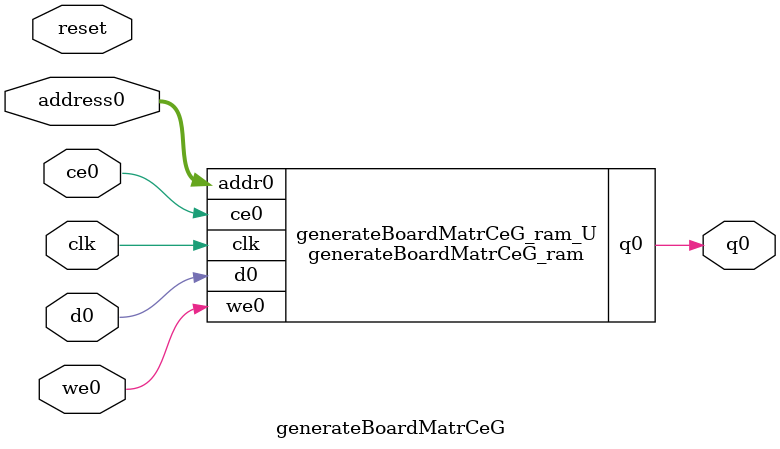
<source format=v>

`timescale 1 ns / 1 ps
module generateBoardMatrCeG_ram (addr0, ce0, d0, we0, q0,  clk);

parameter DWIDTH = 1;
parameter AWIDTH = 6;
parameter MEM_SIZE = 40;

input[AWIDTH-1:0] addr0;
input ce0;
input[DWIDTH-1:0] d0;
input we0;
output reg[DWIDTH-1:0] q0;
input clk;

(* ram_style = "distributed" *)reg [DWIDTH-1:0] ram[0:MEM_SIZE-1];




always @(posedge clk)  
begin 
    if (ce0) 
    begin
        if (we0) 
        begin 
            ram[addr0] <= d0; 
            q0 <= d0;
        end 
        else 
            q0 <= ram[addr0];
    end
end


endmodule


`timescale 1 ns / 1 ps
module generateBoardMatrCeG(
    reset,
    clk,
    address0,
    ce0,
    we0,
    d0,
    q0);

parameter DataWidth = 32'd1;
parameter AddressRange = 32'd40;
parameter AddressWidth = 32'd6;
input reset;
input clk;
input[AddressWidth - 1:0] address0;
input ce0;
input we0;
input[DataWidth - 1:0] d0;
output[DataWidth - 1:0] q0;



generateBoardMatrCeG_ram generateBoardMatrCeG_ram_U(
    .clk( clk ),
    .addr0( address0 ),
    .ce0( ce0 ),
    .d0( d0 ),
    .we0( we0 ),
    .q0( q0 ));

endmodule


</source>
